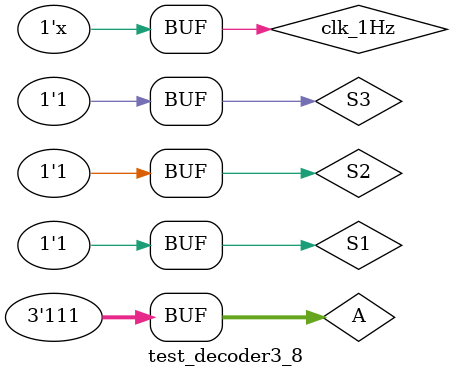
<source format=v>
`timescale 1ns/100ps
module test_decoder3_8();
    reg clk_1Hz;
    reg S1,S2,S3 ;
    reg [2:0] A ;
    wire [7:0] Y ;
    decoder3_8 u0( S1 ,Y ,S2 ,A ,S3);
    always #50 clk_1Hz = ~clk_1Hz ;
    initial
    begin
        clk_1Hz=0;
        S1 = 0;S2 = 1;S3 = 1;A = 3'b000;
        #100;
        S1 = 1;S2 = 0;A = 3'b000;
        #100;
        S2 = 1;A = 3'b000;
        #100;
        A = 3'b001;     
        #100;
        A = 3'b010;
        #100;
        A = 3'b011;
        #100;
        A = 3'b100;
        #100;
        A = 3'b101;
        #100;
        A = 3'b110; 
        #100;
        A = 3'b111; 
    end
endmodule

</source>
